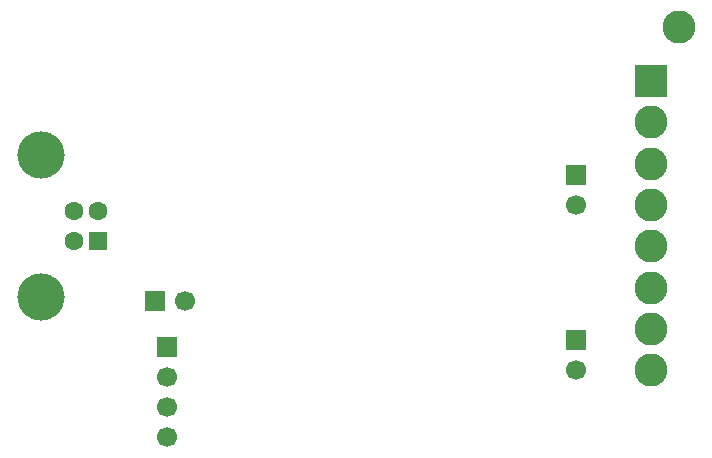
<source format=gbr>
%TF.GenerationSoftware,KiCad,Pcbnew,9.0.4*%
%TF.CreationDate,2025-09-20T20:14:21-07:00*%
%TF.ProjectId,USBCAN-X2,55534243-414e-42d5-9832-2e6b69636164,rev?*%
%TF.SameCoordinates,Original*%
%TF.FileFunction,Soldermask,Bot*%
%TF.FilePolarity,Negative*%
%FSLAX46Y46*%
G04 Gerber Fmt 4.6, Leading zero omitted, Abs format (unit mm)*
G04 Created by KiCad (PCBNEW 9.0.4) date 2025-09-20 20:14:21*
%MOMM*%
%LPD*%
G01*
G04 APERTURE LIST*
%ADD10R,1.700000X1.700000*%
%ADD11C,1.700000*%
%ADD12R,2.800000X2.800000*%
%ADD13C,2.800000*%
%ADD14R,1.600000X1.600000*%
%ADD15C,1.600000*%
%ADD16C,4.000000*%
G04 APERTURE END LIST*
D10*
%TO.C,J6*%
X177600000Y-100700000D03*
D11*
X177600000Y-103240000D03*
%TD*%
D12*
%TO.C,J2*%
X183907500Y-92695000D03*
D13*
X183907500Y-96195000D03*
X183907500Y-99695000D03*
X183907500Y-103195000D03*
X183907500Y-106695000D03*
X183907500Y-110195000D03*
X183907500Y-113695000D03*
X183907500Y-117195000D03*
%TD*%
D10*
%TO.C,J7*%
X142900000Y-115230000D03*
D11*
X142900000Y-117770000D03*
X142900000Y-120310000D03*
X142900000Y-122850000D03*
%TD*%
D14*
%TO.C,J1*%
X137087500Y-106250000D03*
D15*
X137087500Y-103750000D03*
X135087500Y-103750000D03*
X135087500Y-106250000D03*
D16*
X132227500Y-111000000D03*
X132227500Y-99000000D03*
%TD*%
D10*
%TO.C,J3*%
X141875000Y-111300000D03*
D11*
X144415000Y-111300000D03*
%TD*%
D10*
%TO.C,J5*%
X177600000Y-114625000D03*
D11*
X177600000Y-117165000D03*
%TD*%
D13*
X186264398Y-88162869D03*
M02*

</source>
